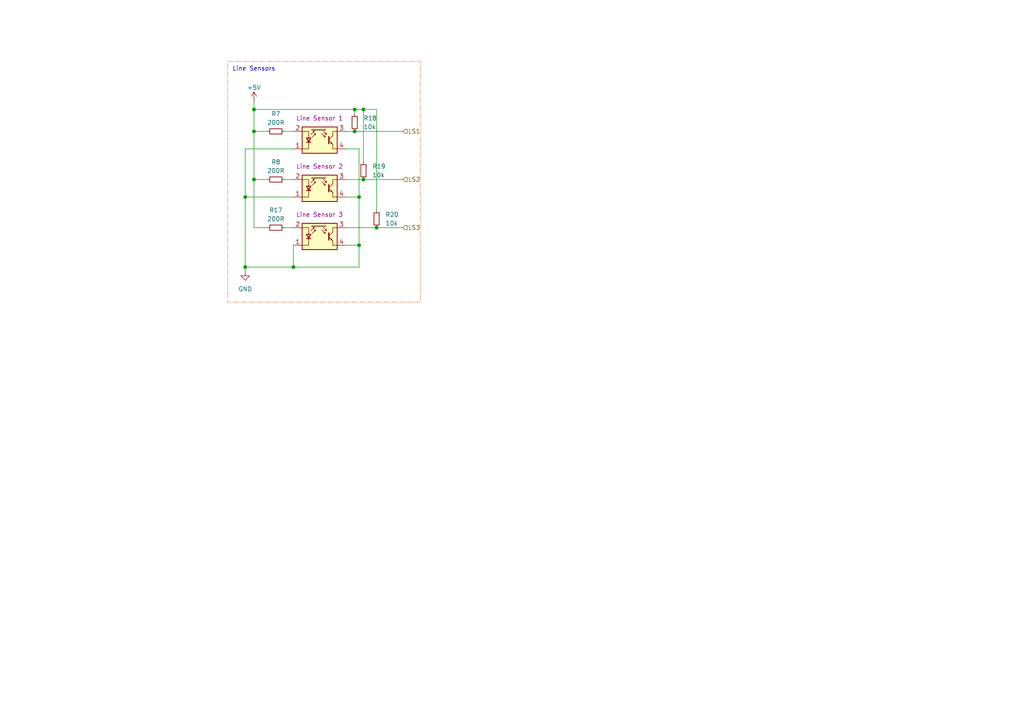
<source format=kicad_sch>
(kicad_sch (version 20231120) (generator "eeschema") (generator_version "8.0")
  (paper "A4")
  (lib_symbols
    (symbol "Device:R_Small" (pin_numbers hide) (pin_names (offset 0.254) hide)
      (property "Reference" "R" (at 0.762 0.508 0))
      (property "Value" "R_Small" (at 0.762 -1.016 0))
      (symbol "R_Small_0_1"
        (rectangle (start -0.762 1.778) (end 0.762 -1.778) (stroke (width 0.2032)))
      )
      (symbol "R_Small_1_1"
        (pin passive line (at 0 2.54 270) (length 0.762) (name "~") (number "1"))
        (pin passive line (at 0 -2.54 90) (length 0.762) (name "~") (number "2"))
      )
    )
    (symbol "Sensor_Proximity:ITR8307-S17-TR8" (pin_names (offset 0.0254) hide)
      (property "Reference" "U" (at -3.81 5.08 0))
      (property "Value" "ITR8307-S17-TR8" (at 15.24 5.08 0))
      (symbol "ITR8307-S17-TR8_0_1"
        (polyline (pts (xy -3.81 -0.635) (xy -2.54 -0.635)) (stroke (width 0.254)))
        (polyline (pts (xy -2.286 2.921) (xy -2.032 3.175)))
        (polyline (pts (xy -1.778 2.921) (xy -1.524 3.175)))
        (polyline (pts (xy -1.524 2.667) (xy -1.651 2.159)))
        (polyline (pts (xy -1.27 2.921) (xy -1.016 3.175)))
        (polyline (pts (xy -1.143 1.905) (xy -1.27 1.397)))
        (polyline (pts (xy -0.762 2.921) (xy -0.508 3.175)))
        (polyline (pts (xy -0.254 2.921) (xy 0 3.175)))
        (polyline (pts (xy 0.254 2.921) (xy 0.508 3.175)))
        (polyline (pts (xy 0.762 2.921) (xy 1.016 3.175)))
        (polyline (pts (xy 1.27 2.921) (xy 1.524 3.175)))
        (polyline (pts (xy 1.651 0.889) (xy 1.143 1.016)))
        (polyline (pts (xy 1.778 2.921) (xy -2.413 2.921)))
        (polyline (pts (xy 2.032 1.651) (xy 1.524 1.778)))
        (polyline (pts (xy 2.667 -0.127) (xy 3.81 -1.27)))
        (polyline (pts (xy 2.667 0.127) (xy 3.81 1.27)))
        (polyline (pts (xy -2.54 1.651) (xy -1.524 2.667) (xy -2.032 2.54)))
        (polyline (pts (xy -2.159 0.889) (xy -1.143 1.905) (xy -1.651 1.778)))
        (polyline (pts (xy 0.635 1.905) (xy 1.651 0.889) (xy 1.524 1.397)))
        (polyline (pts (xy 1.016 2.667) (xy 2.032 1.651) (xy 1.905 2.159)))
        (polyline (pts (xy 2.667 1.016) (xy 2.667 -1.016) (xy 2.667 -1.016)) (stroke (width 0.3556)))
        (polyline (pts (xy 3.81 -1.27) (xy 3.81 -2.54) (xy 5.08 -2.54)))
        (polyline (pts (xy 3.81 1.27) (xy 3.81 2.54) (xy 5.08 2.54)))
        (polyline (pts (xy -5.08 -2.54) (xy -3.175 -2.54) (xy -3.175 2.54) (xy -5.08 2.54)))
        (polyline (pts (xy -3.175 -0.635) (xy -3.81 0.635) (xy -2.54 0.635) (xy -3.175 -0.635)) (stroke (width 0.254)))
        (polyline (pts (xy 3.683 -1.143) (xy 3.429 -0.635) (xy 3.175 -0.889) (xy 3.683 -1.143)))
        (polyline (pts (xy -5.08 -3.81) (xy 5.08 -3.81) (xy 5.08 3.81) (xy -5.08 3.81) (xy -5.08 -3.81)) (stroke (width 0.254)) (fill (type background)))
      )
      (symbol "ITR8307-S17-TR8_1_1"
        (pin passive line (at -7.62 -2.54 0) (length 2.54) (name "K") (number "1"))
        (pin passive line (at -7.62 2.54 0) (length 2.54) (name "A") (number "2"))
        (pin open_collector line (at 7.62 2.54 180) (length 2.54) (name "~") (number "3"))
        (pin open_emitter line (at 7.62 -2.54 180) (length 2.54) (name "~") (number "4"))
      )
    )
    (symbol "power:+5V" (power) (pin_numbers hide) (pin_names (offset 0) hide)
      (property "Value" "+5V" (at 0 3.556 0))
      (symbol "+5V_0_1"
        (polyline (pts (xy -0.762 1.27) (xy 0 2.54)))
        (polyline (pts (xy 0 0) (xy 0 2.54)))
        (polyline (pts (xy 0 2.54) (xy 0.762 1.27)))
      )
      (symbol "+5V_1_1"
        (pin power_in line (at 0 0 90) (length 0) (name "~") (number "1"))
      )
    )
    (symbol "power:GND" (power) (pin_numbers hide) (pin_names (offset 0) hide)
      (property "Value" "GND" (at 0 -3.81 0))
      (symbol "GND_0_1"
        (polyline (pts (xy 0 0) (xy 0 -1.27) (xy 1.27 -1.27) (xy 0 -2.54) (xy -1.27 -1.27) (xy 0 -1.27)))
      )
      (symbol "GND_1_1"
        (pin power_in line (at 0 0 270) (length 0) (name "~") (number "1"))
      )
    )
  )
  (junction (at 104.14 57.15))
  (junction (at 109.22 66.04))
  (junction (at 73.66 38.1))
  (junction (at 71.12 57.15))
  (junction (at 73.66 31.75))
  (junction (at 104.14 71.12))
  (junction (at 102.87 38.1))
  (junction (at 102.87 31.75))
  (junction (at 105.41 52.07))
  (junction (at 105.41 31.75))
  (junction (at 85.09 77.47))
  (junction (at 71.12 77.47))
  (junction (at 73.66 52.07))
  (wire (pts (xy 100.33 71.12) (xy 104.14 71.12)))
  (wire (pts (xy 71.12 77.47) (xy 71.12 78.74)))
  (wire (pts (xy 104.14 71.12) (xy 104.14 77.47)))
  (wire (pts (xy 73.66 31.75) (xy 102.87 31.75)))
  (wire (pts (xy 82.55 38.1) (xy 85.09 38.1)))
  (wire (pts (xy 104.14 57.15) (xy 104.14 71.12)))
  (wire (pts (xy 73.66 31.75) (xy 73.66 38.1)))
  (wire (pts (xy 73.66 66.04) (xy 77.47 66.04)))
  (wire (pts (xy 71.12 77.47) (xy 85.09 77.47)))
  (wire (pts (xy 100.33 57.15) (xy 104.14 57.15)))
  (wire (pts (xy 102.87 38.1) (xy 116.84 38.1)))
  (wire (pts (xy 109.22 66.04) (xy 116.84 66.04)))
  (wire (pts (xy 105.41 31.75) (xy 109.22 31.75)))
  (wire (pts (xy 82.55 52.07) (xy 85.09 52.07)))
  (wire (pts (xy 73.66 52.07) (xy 73.66 66.04)))
  (wire (pts (xy 109.22 31.75) (xy 109.22 60.96)))
  (wire (pts (xy 104.14 77.47) (xy 85.09 77.47)))
  (wire (pts (xy 102.87 31.75) (xy 105.41 31.75)))
  (wire (pts (xy 71.12 43.18) (xy 71.12 57.15)))
  (wire (pts (xy 105.41 52.07) (xy 116.84 52.07)))
  (wire (pts (xy 73.66 38.1) (xy 73.66 52.07)))
  (wire (pts (xy 71.12 43.18) (xy 85.09 43.18)))
  (wire (pts (xy 100.33 38.1) (xy 102.87 38.1)))
  (wire (pts (xy 73.66 29.21) (xy 73.66 31.75)))
  (wire (pts (xy 102.87 31.75) (xy 102.87 33.02)))
  (wire (pts (xy 85.09 77.47) (xy 85.09 71.12)))
  (wire (pts (xy 100.33 43.18) (xy 104.14 43.18)))
  (wire (pts (xy 105.41 31.75) (xy 105.41 46.99)))
  (wire (pts (xy 104.14 43.18) (xy 104.14 57.15)))
  (wire (pts (xy 71.12 57.15) (xy 85.09 57.15)))
  (wire (pts (xy 82.55 66.04) (xy 85.09 66.04)))
  (wire (pts (xy 73.66 38.1) (xy 77.47 38.1)))
  (wire (pts (xy 73.66 52.07) (xy 77.47 52.07)))
  (wire (pts (xy 100.33 52.07) (xy 105.41 52.07)))
  (wire (pts (xy 100.33 66.04) (xy 109.22 66.04)))
  (wire (pts (xy 71.12 57.15) (xy 71.12 77.47)))
  (rectangle (start 66.04 17.78) (end 121.92 87.63) (stroke (width 0) (type dash) (color 255 133 81 1)))
  (text "Line Sensors\n" (at 73.66 20.066 0) (effects (font (size 1.27 1.27))))
  (hierarchical_label "LS1" (shape input) (at 116.84 38.1 0))
  (hierarchical_label "LS2" (shape input) (at 116.84 52.07 0))
  (hierarchical_label "LS3" (shape input) (at 116.84 66.04 0))
  (symbol (lib_id "Device:R_Small") (at 105.41 49.53 180) (unit 1)
    (property "Reference" "R19" (at 107.95 48.2599 0) (effects (justify right)))
    (property "Value" "10k" (at 107.95 50.7999 0) (effects (justify right)))
    (property "Footprint" "Resistor_SMD:R_0805_2012Metric_Pad1.20x1.40mm_HandSolder" (effects (hide yes)))
    (property "Description" "Resistor, small symbol" (effects (hide yes)))
  )
  (symbol (lib_id "power:GND") (at 71.12 78.74 0) (unit 1)
    (property "Reference" "#PWR03" (effects (hide yes)))
    (property "Value" "GND" (at 71.12 83.82 0))
    (property "Description" "Power symbol creates a global label with name \"GND\" , ground" (effects (hide yes)))
  )
  (symbol (lib_id "Device:R_Small") (at 80.01 66.04 90) (unit 1)
    (property "Reference" "R17" (at 80.01 60.96 90))
    (property "Value" "200R" (at 80.01 63.5 90))
    (property "Footprint" "Resistor_SMD:R_0805_2012Metric_Pad1.20x1.40mm_HandSolder" (effects (hide yes)))
    (property "Description" "Resistor, small symbol" (effects (hide yes)))
  )
  (symbol (lib_id "Device:R_Small") (at 102.87 35.56 180) (unit 1)
    (property "Reference" "R18" (at 105.41 34.2899 0) (effects (justify right)))
    (property "Value" "10k" (at 105.41 36.8299 0) (effects (justify right)))
    (property "Footprint" "Resistor_SMD:R_0805_2012Metric_Pad1.20x1.40mm_HandSolder" (effects (hide yes)))
    (property "Description" "Resistor, small symbol" (effects (hide yes)))
  )
  (symbol (lib_id "Sensor_Proximity:ITR8307-S17-TR8") (at 92.71 68.58 0) (unit 1)
    (property "Reference" "U11" (effects (hide yes)))
    (property "Value" "ITR8307-S17-TR8" (effects (hide yes)))
    (property "Footprint" "OptoDevice:Everlight_ITR1201SR10AR" (effects (hide yes)))
    (property "Datasheet" "https://datasheet.lcsc.com/szlcsc/1810010232_Everlight-Elec-ITR8307-S17-TR8-B_C81632.pdf" (effects (hide yes)))
    (property "Description" "Line Sensor 3" (at 92.71 62.23 0))
  )
  (symbol (lib_id "Sensor_Proximity:ITR8307-S17-TR8") (at 92.71 54.61 0) (unit 1)
    (property "Reference" "U10" (effects (hide yes)))
    (property "Value" "ITR8307-S17-TR8" (effects (hide yes)))
    (property "Footprint" "OptoDevice:Everlight_ITR1201SR10AR" (effects (hide yes)))
    (property "Datasheet" "https://datasheet.lcsc.com/szlcsc/1810010232_Everlight-Elec-ITR8307-S17-TR8-B_C81632.pdf" (effects (hide yes)))
    (property "Description" "Line Sensor 2" (at 92.71 48.26 0))
  )
  (symbol (lib_id "Device:R_Small") (at 80.01 38.1 90) (unit 1)
    (property "Reference" "R7" (at 80.01 33.02 90))
    (property "Value" "200R" (at 80.01 35.56 90))
    (property "Footprint" "Resistor_SMD:R_0805_2012Metric_Pad1.20x1.40mm_HandSolder" (effects (hide yes)))
    (property "Description" "Resistor, small symbol" (effects (hide yes)))
  )
  (symbol (lib_id "power:+5V") (at 73.66 29.21 0) (unit 1)
    (property "Reference" "#PWR04" (effects (hide yes)))
    (property "Value" "+5V" (at 73.66 25.4 0))
    (property "Description" "Power symbol creates a global label with name \"+5V\"" (effects (hide yes)))
  )
  (symbol (lib_id "Device:R_Small") (at 80.01 52.07 90) (unit 1)
    (property "Reference" "R8" (at 80.01 46.99 90))
    (property "Value" "200R" (at 80.01 49.53 90))
    (property "Footprint" "Resistor_SMD:R_0805_2012Metric_Pad1.20x1.40mm_HandSolder" (effects (hide yes)))
    (property "Description" "Resistor, small symbol" (effects (hide yes)))
  )
  (symbol (lib_id "Device:R_Small") (at 109.22 63.5 180) (unit 1)
    (property "Reference" "R20" (at 111.76 62.2299 0) (effects (justify right)))
    (property "Value" "10k" (at 111.76 64.7699 0) (effects (justify right)))
    (property "Footprint" "Resistor_SMD:R_0805_2012Metric_Pad1.20x1.40mm_HandSolder" (effects (hide yes)))
    (property "Description" "Resistor, small symbol" (effects (hide yes)))
  )
  (symbol (lib_id "Sensor_Proximity:ITR8307-S17-TR8") (at 92.71 40.64 0) (unit 1)
    (property "Reference" "U8" (effects (hide yes)))
    (property "Value" "ITR8307-S17-TR8" (effects (hide yes)))
    (property "Footprint" "OptoDevice:Everlight_ITR1201SR10AR" (effects (hide yes)))
    (property "Datasheet" "https://datasheet.lcsc.com/szlcsc/1810010232_Everlight-Elec-ITR8307-S17-TR8-B_C81632.pdf" (effects (hide yes)))
    (property "Description" "Line Sensor 1" (at 92.71 34.29 0))
  )
)
</source>
